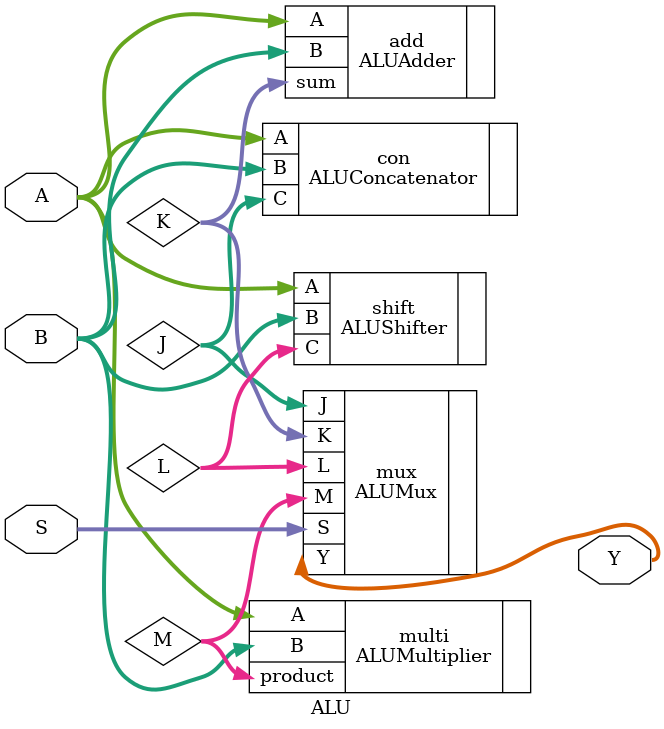
<source format=v>
`timescale 1ns / 1ps


module ALU(A, B, S, Y);
    input [3:0]A, B;
    input [1:0]S;
    output [7:0]Y;
    wire [7:0]J, K, L, M;
    
    ALUConcatenator con(.A(A), .B(B), .C(J)); //concat
    ALUAdder add(.A(A), .B(B), .sum(K)); //add
    ALUShifter shift(.A(A), .B(B), .C(L)); //shift
    ALUMultiplier multi(.A(A), .B(B), .product(M)); //multi
    
    ALUMux mux(.J(J), .K(K), .L(L), .M(M), .S(S), .Y(Y));
endmodule

</source>
